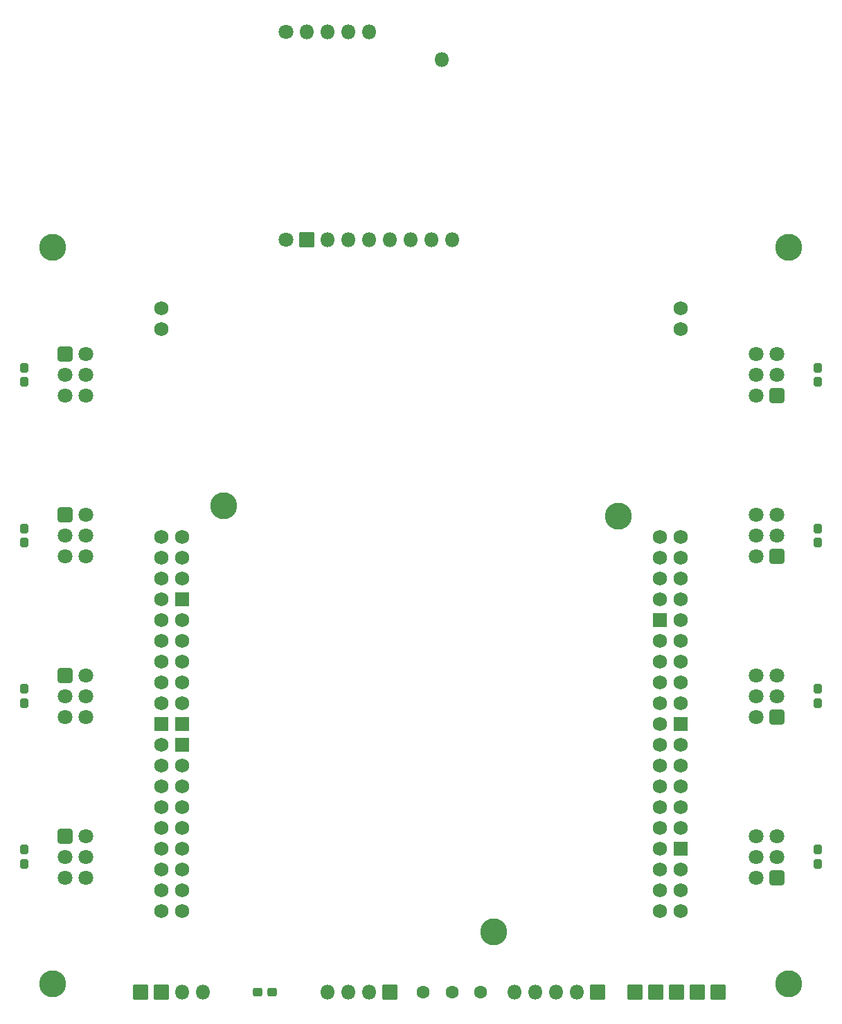
<source format=gts>
%TF.GenerationSoftware,KiCad,Pcbnew,9.0.3*%
%TF.CreationDate,2025-08-17T09:54:27-06:00*%
%TF.ProjectId,Hub,4875622e-6b69-4636-9164-5f7063625858,A*%
%TF.SameCoordinates,PX2aa5f80PY908ed60*%
%TF.FileFunction,Soldermask,Top*%
%TF.FilePolarity,Negative*%
%FSLAX46Y46*%
G04 Gerber Fmt 4.6, Leading zero omitted, Abs format (unit mm)*
G04 Created by KiCad (PCBNEW 9.0.3) date 2025-08-17 09:54:27*
%MOMM*%
%LPD*%
G01*
G04 APERTURE LIST*
G04 Aperture macros list*
%AMRoundRect*
0 Rectangle with rounded corners*
0 $1 Rounding radius*
0 $2 $3 $4 $5 $6 $7 $8 $9 X,Y pos of 4 corners*
0 Add a 4 corners polygon primitive as box body*
4,1,4,$2,$3,$4,$5,$6,$7,$8,$9,$2,$3,0*
0 Add four circle primitives for the rounded corners*
1,1,$1+$1,$2,$3*
1,1,$1+$1,$4,$5*
1,1,$1+$1,$6,$7*
1,1,$1+$1,$8,$9*
0 Add four rect primitives between the rounded corners*
20,1,$1+$1,$2,$3,$4,$5,0*
20,1,$1+$1,$4,$5,$6,$7,0*
20,1,$1+$1,$6,$7,$8,$9,0*
20,1,$1+$1,$8,$9,$2,$3,0*%
G04 Aperture macros list end*
%ADD10RoundRect,0.264706X0.635294X0.635294X-0.635294X0.635294X-0.635294X-0.635294X0.635294X-0.635294X0*%
%ADD11C,1.800000*%
%ADD12RoundRect,0.262500X0.262500X-0.312500X0.262500X0.312500X-0.262500X0.312500X-0.262500X-0.312500X0*%
%ADD13RoundRect,0.262500X-0.262500X0.312500X-0.262500X-0.312500X0.262500X-0.312500X0.262500X0.312500X0*%
%ADD14C,1.600000*%
%ADD15RoundRect,0.050000X-0.850000X0.850000X-0.850000X-0.850000X0.850000X-0.850000X0.850000X0.850000X0*%
%ADD16O,1.800000X1.800000*%
%ADD17C,3.300000*%
%ADD18RoundRect,0.264706X-0.635294X-0.635294X0.635294X-0.635294X0.635294X0.635294X-0.635294X0.635294X0*%
%ADD19C,1.728000*%
%ADD20RoundRect,0.102000X-0.762000X-0.762000X0.762000X-0.762000X0.762000X0.762000X-0.762000X0.762000X0*%
%ADD21RoundRect,0.262500X-0.312500X-0.262500X0.312500X-0.262500X0.312500X0.262500X-0.312500X0.262500X0*%
%ADD22RoundRect,0.050000X0.850000X-0.850000X0.850000X0.850000X-0.850000X0.850000X-0.850000X-0.850000X0*%
G04 APERTURE END LIST*
D10*
%TO.C,J11*%
X93500000Y57273333D03*
D11*
X90960000Y57273333D03*
X93500000Y59813333D03*
X90960000Y59813333D03*
X93500000Y62353333D03*
X90960000Y62353333D03*
%TD*%
D12*
%TO.C,F7*%
X98500000Y58943333D03*
X98500000Y60693333D03*
%TD*%
D13*
%TO.C,F3*%
X1500000Y60693333D03*
X1500000Y58943333D03*
%TD*%
D10*
%TO.C,J12*%
X93500000Y37636667D03*
D11*
X90960000Y37636667D03*
X93500000Y40176667D03*
X90960000Y40176667D03*
X93500000Y42716667D03*
X90960000Y42716667D03*
%TD*%
D14*
%TO.C,TP4*%
X57320000Y4000000D03*
%TD*%
D15*
%TO.C,J4*%
X71560000Y4000000D03*
D16*
X69020000Y4000000D03*
X66480000Y4000000D03*
X63940000Y4000000D03*
X61400000Y4000000D03*
%TD*%
D13*
%TO.C,F2*%
X1500000Y80330000D03*
X1500000Y78580000D03*
%TD*%
D17*
%TO.C,H3*%
X95000000Y95000000D03*
%TD*%
D18*
%TO.C,J8*%
X6500000Y42726667D03*
D11*
X9040000Y42726667D03*
X6500000Y40186667D03*
X9040000Y40186667D03*
X6500000Y37646667D03*
X9040000Y37646667D03*
%TD*%
D14*
%TO.C,TP2*%
X53780000Y4000000D03*
%TD*%
D13*
%TO.C,F4*%
X1500000Y41056667D03*
X1500000Y39306667D03*
%TD*%
D12*
%TO.C,F9*%
X98500000Y19670000D03*
X98500000Y21420000D03*
%TD*%
D17*
%TO.C,H4*%
X95000000Y5000000D03*
%TD*%
D10*
%TO.C,J10*%
X93500000Y76910000D03*
D11*
X90960000Y76910000D03*
X93500000Y79450000D03*
X90960000Y79450000D03*
X93500000Y81990000D03*
X90960000Y81990000D03*
%TD*%
D18*
%TO.C,J6*%
X6500000Y82000000D03*
D11*
X9040000Y82000000D03*
X6500000Y79460000D03*
X9040000Y79460000D03*
X6500000Y76920000D03*
X9040000Y76920000D03*
%TD*%
D15*
%TO.C,J5*%
X86360000Y4000000D03*
X83820000Y4000000D03*
X81280000Y4000000D03*
X78740000Y4000000D03*
X76200000Y4000000D03*
%TD*%
D14*
%TO.C,TP1*%
X50240000Y4000000D03*
%TD*%
D12*
%TO.C,F6*%
X98500000Y78580000D03*
X98500000Y80330000D03*
%TD*%
%TO.C,F8*%
X98500000Y39306667D03*
X98500000Y41056667D03*
%TD*%
D17*
%TO.C,H1*%
X5000000Y5000000D03*
%TD*%
D15*
%TO.C,J3*%
X46150000Y4000000D03*
D16*
X43610000Y4000000D03*
X41070000Y4000000D03*
X38530000Y4000000D03*
%TD*%
D17*
%TO.C,H2*%
X5000000Y95000000D03*
%TD*%
%TO.C,U1*%
X25840000Y63420000D03*
X58860000Y11350000D03*
X74100000Y62150000D03*
D19*
X18220000Y59610000D03*
X20760000Y59610000D03*
X18220000Y57070000D03*
X20760000Y57070000D03*
X18220000Y54530000D03*
X20760000Y54530000D03*
X18220000Y51990000D03*
D20*
X20760000Y51990000D03*
D19*
X18220000Y49450000D03*
X20760000Y49450000D03*
X18220000Y46910000D03*
X20760000Y46910000D03*
X18220000Y44370000D03*
X20760000Y44370000D03*
X18220000Y41830000D03*
X20760000Y41830000D03*
X18220000Y39290000D03*
X20760000Y39290000D03*
D20*
X18220000Y36750000D03*
X20760000Y36750000D03*
D19*
X18220000Y34210000D03*
D20*
X20760000Y34210000D03*
D19*
X18220000Y31670000D03*
X20760000Y31670000D03*
X18220000Y29130000D03*
X20760000Y29130000D03*
X18220000Y26590000D03*
X20760000Y26590000D03*
X18220000Y24050000D03*
X20760000Y24050000D03*
X18220000Y21510000D03*
X20760000Y21510000D03*
X18220000Y18970000D03*
X20760000Y18970000D03*
X18220000Y16430000D03*
X20760000Y16430000D03*
X18220000Y13890000D03*
X20760000Y13890000D03*
X79180000Y59610000D03*
X81720000Y59610000D03*
X79180000Y57070000D03*
X81720000Y57070000D03*
X79180000Y54530000D03*
X81720000Y54530000D03*
X79180000Y51990000D03*
X81720000Y51990000D03*
D20*
X79180000Y49450000D03*
D19*
X81720000Y49450000D03*
X79180000Y46910000D03*
X81720000Y46910000D03*
X79180000Y44370000D03*
X81720000Y44370000D03*
X79180000Y41830000D03*
X81720000Y41830000D03*
X79180000Y39290000D03*
X81720000Y39290000D03*
X79180000Y36750000D03*
D20*
X81720000Y36750000D03*
D19*
X79180000Y34210000D03*
X81720000Y34210000D03*
X79180000Y31670000D03*
X81720000Y31670000D03*
X79180000Y29130000D03*
X81720000Y29130000D03*
X79180000Y26590000D03*
X81720000Y26590000D03*
X79180000Y24050000D03*
X81720000Y24050000D03*
X79180000Y21510000D03*
D20*
X81720000Y21510000D03*
D19*
X79180000Y18970000D03*
X81720000Y18970000D03*
X79180000Y16430000D03*
X81720000Y16430000D03*
X79180000Y13890000D03*
X81720000Y13890000D03*
X81720000Y87550000D03*
X81720000Y85010000D03*
X18220000Y87550000D03*
X18220000Y85010000D03*
%TD*%
D13*
%TO.C,F5*%
X1500000Y21420000D03*
X1500000Y19670000D03*
%TD*%
D10*
%TO.C,J13*%
X93500000Y18000000D03*
D11*
X90960000Y18000000D03*
X93500000Y20540000D03*
X90960000Y20540000D03*
X93500000Y23080000D03*
X90960000Y23080000D03*
%TD*%
D21*
%TO.C,F1*%
X30040000Y4000000D03*
X31790000Y4000000D03*
%TD*%
D11*
%TO.C,U4*%
X33460000Y96000000D03*
D22*
X36000000Y96000000D03*
D16*
X38540000Y96000000D03*
X41080000Y96000000D03*
X43620000Y96000000D03*
X46160000Y96000000D03*
X48700000Y96000000D03*
X51240000Y96000000D03*
X53780000Y96000000D03*
D11*
X33460000Y121400000D03*
D16*
X36000000Y121400000D03*
X38540000Y121400000D03*
X41080000Y121400000D03*
X43620000Y121400000D03*
X52560800Y117945600D03*
%TD*%
D18*
%TO.C,J7*%
X6500000Y62363333D03*
D11*
X9040000Y62363333D03*
X6500000Y59823333D03*
X9040000Y59823333D03*
X6500000Y57283333D03*
X9040000Y57283333D03*
%TD*%
D22*
%TO.C,J20*%
X15680000Y4000000D03*
X18220000Y4000000D03*
D16*
X20760000Y4000000D03*
X23300000Y4000000D03*
%TD*%
D18*
%TO.C,J9*%
X6500000Y23090000D03*
D11*
X9040000Y23090000D03*
X6500000Y20550000D03*
X9040000Y20550000D03*
X6500000Y18010000D03*
X9040000Y18010000D03*
%TD*%
M02*

</source>
